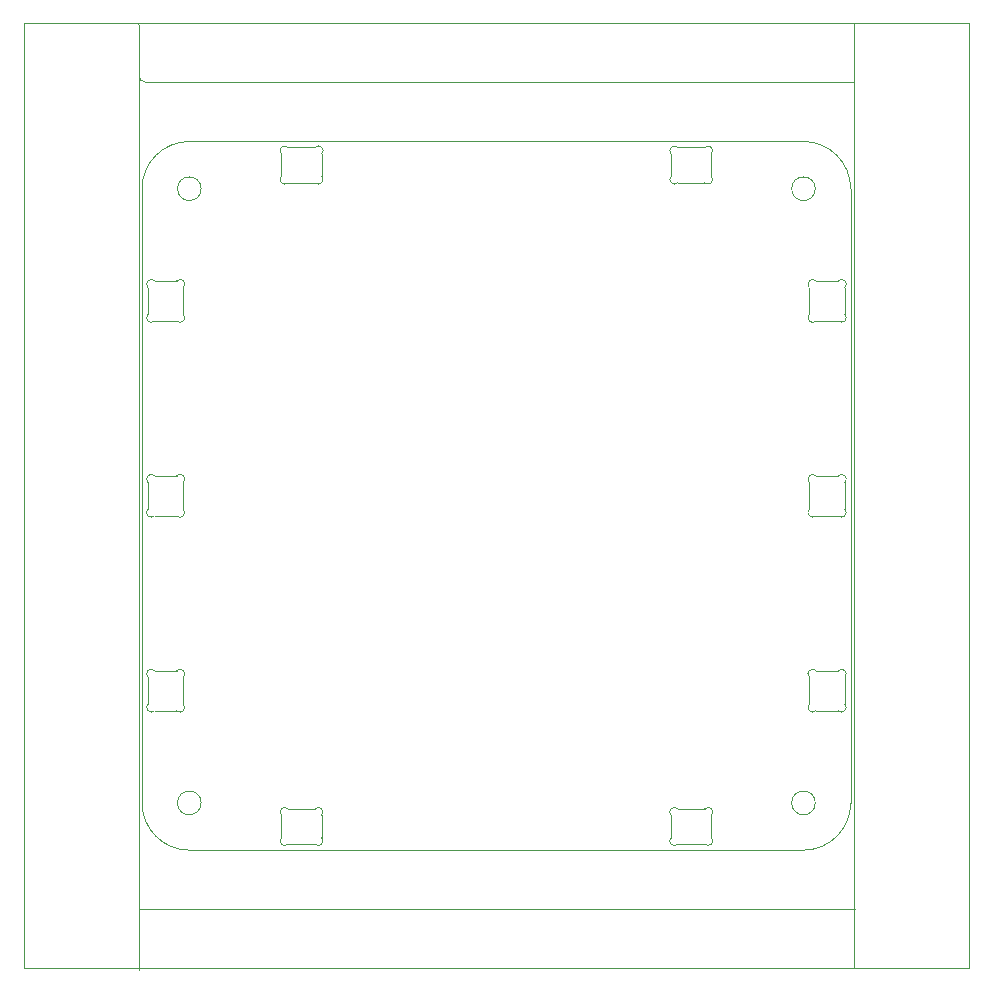
<source format=gm1>
G04 #@! TF.GenerationSoftware,KiCad,Pcbnew,8.0.7*
G04 #@! TF.CreationDate,2025-03-27T17:00:34+01:00*
G04 #@! TF.ProjectId,7-REV1B,372d5245-5631-4422-9e6b-696361645f70,rev?*
G04 #@! TF.SameCoordinates,Original*
G04 #@! TF.FileFunction,Profile,NP*
%FSLAX46Y46*%
G04 Gerber Fmt 4.6, Leading zero omitted, Abs format (unit mm)*
G04 Created by KiCad (PCBNEW 8.0.7) date 2025-03-27 17:00:34*
%MOMM*%
%LPD*%
G01*
G04 APERTURE LIST*
G04 #@! TA.AperFunction,Profile*
%ADD10C,0.050000*%
G04 #@! TD*
G04 #@! TA.AperFunction,Profile*
%ADD11C,0.120000*%
G04 #@! TD*
G04 APERTURE END LIST*
D10*
X103900000Y-120100000D02*
G75*
G02*
X99900000Y-116100000I0J4000000D01*
G01*
X156900000Y-116100000D02*
G75*
G02*
X154900000Y-116100000I-1000000J0D01*
G01*
X154900000Y-116100000D02*
G75*
G02*
X156900000Y-116100000I1000000J0D01*
G01*
X104900000Y-64100000D02*
G75*
G02*
X102900000Y-64100000I-1000000J0D01*
G01*
X102900000Y-64100000D02*
G75*
G02*
X104900000Y-64100000I1000000J0D01*
G01*
X104900000Y-116100000D02*
G75*
G02*
X102900000Y-116100000I-1000000J0D01*
G01*
X102900000Y-116100000D02*
G75*
G02*
X104900000Y-116100000I1000000J0D01*
G01*
X159900000Y-116100000D02*
G75*
G02*
X155900000Y-120100000I-4000000J0D01*
G01*
X103900000Y-120100000D02*
X155900000Y-120100000D01*
X156900000Y-64100000D02*
G75*
G02*
X154900000Y-64100000I-1000000J0D01*
G01*
X154900000Y-64100000D02*
G75*
G02*
X156900000Y-64100000I1000000J0D01*
G01*
X99650000Y-50250000D02*
X99650000Y-130250000D01*
X169900000Y-64100000D02*
X169900000Y-116100000D01*
X89900000Y-50100000D02*
X169900000Y-50100000D01*
X100150000Y-55050000D02*
X160150000Y-55100000D01*
X169900000Y-50100000D02*
X169900000Y-64100000D01*
X169900000Y-116100000D02*
X169900000Y-130100000D01*
X89900000Y-130100000D02*
X169900000Y-130100000D01*
X160200000Y-50100000D02*
X160150000Y-130100000D01*
X99867082Y-125106566D02*
X160250000Y-125106566D01*
X89900000Y-50100000D02*
X89900000Y-64100000D01*
X89900000Y-64100000D02*
X89900000Y-116100000D01*
X89900000Y-116100000D02*
X89900000Y-130100000D01*
X99900000Y-64100000D02*
X99900000Y-116100000D01*
X99650000Y-50258073D02*
G75*
G02*
X99674976Y-50100075I0J80973D01*
G01*
X99867082Y-125106566D02*
G75*
G02*
X99649998Y-124972402I-67082J134166D01*
G01*
X100150000Y-55050000D02*
G75*
G02*
X99650877Y-54566320I-24100J474500D01*
G01*
X159900000Y-116100000D02*
X159900000Y-64100000D01*
X155900000Y-60100000D02*
G75*
G02*
X159900000Y-64100000I0J-4000000D01*
G01*
X99900000Y-64100000D02*
G75*
G02*
X103900000Y-60100000I4000000J0D01*
G01*
X103900000Y-60100000D02*
X155900000Y-60100000D01*
D11*
X111700000Y-63034314D02*
X111700000Y-61165686D01*
X112265686Y-60600000D02*
X114534314Y-60600000D01*
X114534314Y-63600000D02*
X112265686Y-63600000D01*
X115100000Y-61165686D02*
X115100000Y-63034314D01*
X111700000Y-61165686D02*
G75*
G02*
X112265686Y-60600000I282843J282843D01*
G01*
X112265686Y-63600000D02*
G75*
G02*
X111700000Y-63034314I-282843J282843D01*
G01*
X114534314Y-60600000D02*
G75*
G02*
X115100000Y-61165686I282843J-282843D01*
G01*
X115100000Y-63034314D02*
G75*
G02*
X114534314Y-63600000I-282843J-282843D01*
G01*
X144700000Y-119034314D02*
X144700000Y-117165686D01*
X145265686Y-116600000D02*
X147534314Y-116600000D01*
X147534314Y-119600000D02*
X145265686Y-119600000D01*
X148100000Y-117165686D02*
X148100000Y-119034314D01*
X144700000Y-117165686D02*
G75*
G02*
X145265686Y-116600000I282843J282843D01*
G01*
X145265686Y-119600000D02*
G75*
G02*
X144700000Y-119034314I-282843J282843D01*
G01*
X147534314Y-116600000D02*
G75*
G02*
X148100000Y-117165686I282843J-282843D01*
G01*
X148100000Y-119034314D02*
G75*
G02*
X147534314Y-119600000I-282843J-282843D01*
G01*
X100400000Y-107734314D02*
X100400000Y-105465686D01*
X100965686Y-104900000D02*
X102834314Y-104900000D01*
X102834314Y-108300000D02*
X100965686Y-108300000D01*
X103400000Y-105465686D02*
X103400000Y-107734314D01*
X100400000Y-105465686D02*
G75*
G02*
X100965686Y-104900000I282843J282843D01*
G01*
X100965686Y-108300000D02*
G75*
G02*
X100400000Y-107734314I-282843J282843D01*
G01*
X102834314Y-104900000D02*
G75*
G02*
X103400000Y-105465686I282843J-282843D01*
G01*
X103400000Y-107734314D02*
G75*
G02*
X102834314Y-108300000I-282843J-282843D01*
G01*
X144700000Y-63034314D02*
X144700000Y-61165686D01*
X145265686Y-60600000D02*
X147534314Y-60600000D01*
X147534314Y-63600000D02*
X145265686Y-63600000D01*
X148100000Y-61165686D02*
X148100000Y-63034314D01*
X144700000Y-61165686D02*
G75*
G02*
X145265686Y-60600000I282843J282843D01*
G01*
X145265686Y-63600000D02*
G75*
G02*
X144700000Y-63034314I-282843J282843D01*
G01*
X147534314Y-60600000D02*
G75*
G02*
X148100000Y-61165686I282843J-282843D01*
G01*
X148100000Y-63034314D02*
G75*
G02*
X147534314Y-63600000I-282843J-282843D01*
G01*
X156400000Y-74734314D02*
X156400000Y-72465686D01*
X156965686Y-71900000D02*
X158834314Y-71900000D01*
X158834314Y-75300000D02*
X156965686Y-75300000D01*
X159400000Y-72465686D02*
X159400000Y-74734314D01*
X156400000Y-72465686D02*
G75*
G02*
X156965686Y-71900000I282843J282843D01*
G01*
X156965686Y-75300000D02*
G75*
G02*
X156400000Y-74734314I-282843J282843D01*
G01*
X158834314Y-71900000D02*
G75*
G02*
X159400000Y-72465686I282843J-282843D01*
G01*
X159400000Y-74734314D02*
G75*
G02*
X158834314Y-75300000I-282843J-282843D01*
G01*
X111700000Y-119034314D02*
X111700000Y-117165686D01*
X112265686Y-116600000D02*
X114534314Y-116600000D01*
X114534314Y-119600000D02*
X112265686Y-119600000D01*
X115100000Y-117165686D02*
X115100000Y-119034314D01*
X111700000Y-117165686D02*
G75*
G02*
X112265686Y-116600000I282843J282843D01*
G01*
X112265686Y-119600000D02*
G75*
G02*
X111700000Y-119034314I-282843J282843D01*
G01*
X114534314Y-116600000D02*
G75*
G02*
X115100000Y-117165686I282843J-282843D01*
G01*
X115100000Y-119034314D02*
G75*
G02*
X114534314Y-119600000I-282843J-282843D01*
G01*
X100400000Y-74734314D02*
X100400000Y-72465686D01*
X100965686Y-71900000D02*
X102834314Y-71900000D01*
X102834314Y-75300000D02*
X100965686Y-75300000D01*
X103400000Y-72465686D02*
X103400000Y-74734314D01*
X100400000Y-72465686D02*
G75*
G02*
X100965686Y-71900000I282843J282843D01*
G01*
X100965686Y-75300000D02*
G75*
G02*
X100400000Y-74734314I-282843J282843D01*
G01*
X102834314Y-71900000D02*
G75*
G02*
X103400000Y-72465686I282843J-282843D01*
G01*
X103400000Y-74734314D02*
G75*
G02*
X102834314Y-75300000I-282843J-282843D01*
G01*
X100400000Y-91234314D02*
X100400000Y-88965686D01*
X100965686Y-88400000D02*
X102834314Y-88400000D01*
X102834314Y-91800000D02*
X100965686Y-91800000D01*
X103400000Y-88965686D02*
X103400000Y-91234314D01*
X100400000Y-88965686D02*
G75*
G02*
X100965686Y-88400000I282843J282843D01*
G01*
X100965686Y-91800000D02*
G75*
G02*
X100400000Y-91234314I-282843J282843D01*
G01*
X102834314Y-88400000D02*
G75*
G02*
X103400000Y-88965686I282843J-282843D01*
G01*
X103400000Y-91234314D02*
G75*
G02*
X102834314Y-91800000I-282843J-282843D01*
G01*
X156400000Y-107734314D02*
X156400000Y-105465686D01*
X156965686Y-104900000D02*
X158834314Y-104900000D01*
X158834314Y-108300000D02*
X156965686Y-108300000D01*
X159400000Y-105465686D02*
X159400000Y-107734314D01*
X156400000Y-105465686D02*
G75*
G02*
X156965686Y-104900000I282843J282843D01*
G01*
X156965686Y-108300000D02*
G75*
G02*
X156400000Y-107734314I-282843J282843D01*
G01*
X158834314Y-104900000D02*
G75*
G02*
X159400000Y-105465686I282843J-282843D01*
G01*
X159400000Y-107734314D02*
G75*
G02*
X158834314Y-108300000I-282843J-282843D01*
G01*
X156400000Y-91234314D02*
X156400000Y-88965686D01*
X156965686Y-88400000D02*
X158834314Y-88400000D01*
X158834314Y-91800000D02*
X156965686Y-91800000D01*
X159400000Y-88965686D02*
X159400000Y-91234314D01*
X156400000Y-88965686D02*
G75*
G02*
X156965686Y-88400000I282843J282843D01*
G01*
X156965686Y-91800000D02*
G75*
G02*
X156400000Y-91234314I-282843J282843D01*
G01*
X158834314Y-88400000D02*
G75*
G02*
X159400000Y-88965686I282843J-282843D01*
G01*
X159400000Y-91234314D02*
G75*
G02*
X158834314Y-91800000I-282843J-282843D01*
G01*
M02*

</source>
